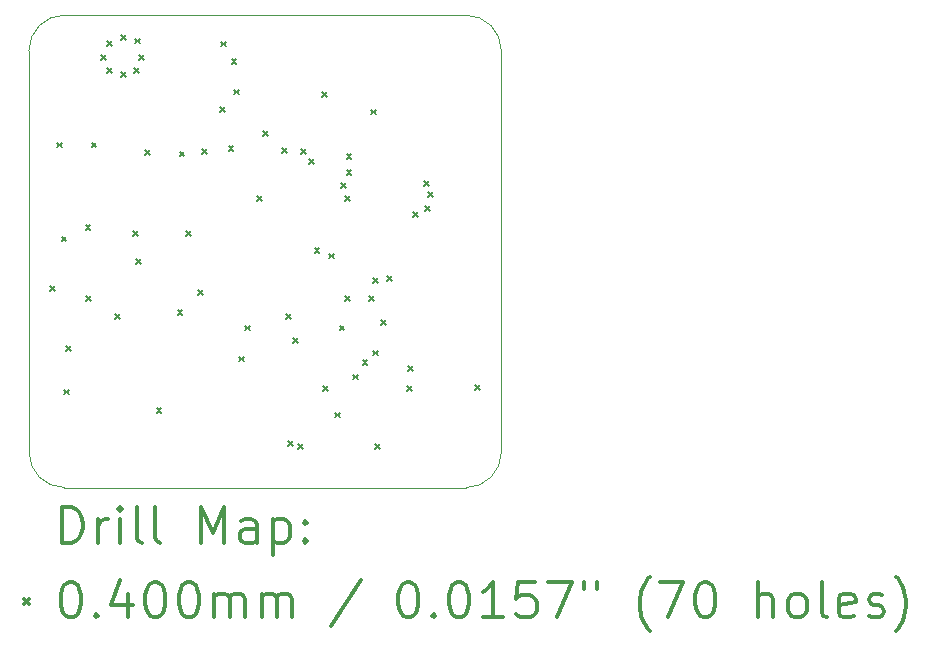
<source format=gbr>
%FSLAX45Y45*%
G04 Gerber Fmt 4.5, Leading zero omitted, Abs format (unit mm)*
G04 Created by KiCad (PCBNEW (5.1.10)-1) date 2021-12-12 15:35:31*
%MOMM*%
%LPD*%
G01*
G04 APERTURE LIST*
%TA.AperFunction,Profile*%
%ADD10C,0.050000*%
%TD*%
%ADD11C,0.200000*%
%ADD12C,0.300000*%
G04 APERTURE END LIST*
D10*
X3700000Y0D02*
X300000Y0D01*
X4000000Y3700000D02*
X4000000Y300000D01*
X300000Y4000000D02*
X3700000Y4000000D01*
X0Y300000D02*
X0Y3700000D01*
X3700000Y4000000D02*
G75*
G02*
X4000000Y3700000I0J-300000D01*
G01*
X4000000Y300000D02*
G75*
G02*
X3700000Y0I-300000J0D01*
G01*
X300000Y0D02*
G75*
G02*
X0Y300000I0J300000D01*
G01*
X0Y3700000D02*
G75*
G02*
X300000Y4000000I300000J0D01*
G01*
D11*
X180000Y1705000D02*
X220000Y1665000D01*
X220000Y1705000D02*
X180000Y1665000D01*
X240000Y2920000D02*
X280000Y2880000D01*
X280000Y2920000D02*
X240000Y2880000D01*
X275880Y2124120D02*
X315880Y2084120D01*
X315880Y2124120D02*
X275880Y2084120D01*
X300000Y830000D02*
X340000Y790000D01*
X340000Y830000D02*
X300000Y790000D01*
X315000Y1195000D02*
X355000Y1155000D01*
X355000Y1195000D02*
X315000Y1155000D01*
X480000Y2220000D02*
X520000Y2180000D01*
X520000Y2220000D02*
X480000Y2180000D01*
X484120Y1620000D02*
X524120Y1580000D01*
X524120Y1620000D02*
X484120Y1580000D01*
X530000Y2920000D02*
X570000Y2880000D01*
X570000Y2920000D02*
X530000Y2880000D01*
X610000Y3660000D02*
X650000Y3620000D01*
X650000Y3660000D02*
X610000Y3620000D01*
X660000Y3780000D02*
X700000Y3740000D01*
X700000Y3780000D02*
X660000Y3740000D01*
X660000Y3550000D02*
X700000Y3510000D01*
X700000Y3550000D02*
X660000Y3510000D01*
X730000Y1470000D02*
X770000Y1430000D01*
X770000Y1470000D02*
X730000Y1430000D01*
X780000Y3830000D02*
X820000Y3790000D01*
X820000Y3830000D02*
X780000Y3790000D01*
X780000Y3520000D02*
X820000Y3480000D01*
X820000Y3520000D02*
X780000Y3480000D01*
X880000Y2170000D02*
X920000Y2130000D01*
X920000Y2170000D02*
X880000Y2130000D01*
X890000Y3550000D02*
X930000Y3510000D01*
X930000Y3550000D02*
X890000Y3510000D01*
X900000Y3800000D02*
X940000Y3760000D01*
X940000Y3800000D02*
X900000Y3760000D01*
X910000Y1935000D02*
X950000Y1895000D01*
X950000Y1935000D02*
X910000Y1895000D01*
X930000Y3660000D02*
X970000Y3620000D01*
X970000Y3660000D02*
X930000Y3620000D01*
X985000Y2855000D02*
X1025000Y2815000D01*
X1025000Y2855000D02*
X985000Y2815000D01*
X1080000Y670000D02*
X1120000Y630000D01*
X1120000Y670000D02*
X1080000Y630000D01*
X1259703Y1499703D02*
X1299703Y1459703D01*
X1299703Y1499703D02*
X1259703Y1459703D01*
X1275000Y2845000D02*
X1315000Y2805000D01*
X1315000Y2845000D02*
X1275000Y2805000D01*
X1330000Y2170000D02*
X1370000Y2130000D01*
X1370000Y2170000D02*
X1330000Y2130000D01*
X1430000Y1670000D02*
X1470000Y1630000D01*
X1470000Y1670000D02*
X1430000Y1630000D01*
X1465000Y2865000D02*
X1505000Y2825000D01*
X1505000Y2865000D02*
X1465000Y2825000D01*
X1620000Y3220000D02*
X1660000Y3180000D01*
X1660000Y3220000D02*
X1620000Y3180000D01*
X1630000Y3775000D02*
X1670000Y3735000D01*
X1670000Y3775000D02*
X1630000Y3735000D01*
X1690000Y2890000D02*
X1730000Y2850000D01*
X1730000Y2890000D02*
X1690000Y2850000D01*
X1715000Y3630000D02*
X1755000Y3590000D01*
X1755000Y3630000D02*
X1715000Y3590000D01*
X1740000Y3370000D02*
X1780000Y3330000D01*
X1780000Y3370000D02*
X1740000Y3330000D01*
X1782375Y1108082D02*
X1822375Y1068082D01*
X1822375Y1108082D02*
X1782375Y1068082D01*
X1830000Y1370000D02*
X1870000Y1330000D01*
X1870000Y1370000D02*
X1830000Y1330000D01*
X1930000Y2470000D02*
X1970000Y2430000D01*
X1970000Y2470000D02*
X1930000Y2430000D01*
X1980000Y3020000D02*
X2020000Y2980000D01*
X2020000Y3020000D02*
X1980000Y2980000D01*
X2145000Y2875000D02*
X2185000Y2835000D01*
X2185000Y2875000D02*
X2145000Y2835000D01*
X2180000Y1470000D02*
X2220000Y1430000D01*
X2220000Y1470000D02*
X2180000Y1430000D01*
X2195000Y395000D02*
X2235000Y355000D01*
X2235000Y395000D02*
X2195000Y355000D01*
X2235000Y1265000D02*
X2275000Y1225000D01*
X2275000Y1265000D02*
X2235000Y1225000D01*
X2235000Y1265000D02*
X2275000Y1225000D01*
X2275000Y1265000D02*
X2235000Y1225000D01*
X2280000Y370000D02*
X2320000Y330000D01*
X2320000Y370000D02*
X2280000Y330000D01*
X2305000Y2865000D02*
X2345000Y2825000D01*
X2345000Y2865000D02*
X2305000Y2825000D01*
X2375000Y2780000D02*
X2415000Y2740000D01*
X2415000Y2780000D02*
X2375000Y2740000D01*
X2420000Y2025000D02*
X2460000Y1985000D01*
X2460000Y2025000D02*
X2420000Y1985000D01*
X2485000Y3350000D02*
X2525000Y3310000D01*
X2525000Y3350000D02*
X2485000Y3310000D01*
X2490000Y860000D02*
X2530000Y820000D01*
X2530000Y860000D02*
X2490000Y820000D01*
X2540000Y1980000D02*
X2580000Y1940000D01*
X2580000Y1980000D02*
X2540000Y1940000D01*
X2595000Y635000D02*
X2635000Y595000D01*
X2635000Y635000D02*
X2595000Y595000D01*
X2630000Y1370000D02*
X2670000Y1330000D01*
X2670000Y1370000D02*
X2630000Y1330000D01*
X2645000Y2575000D02*
X2685000Y2535000D01*
X2685000Y2575000D02*
X2645000Y2535000D01*
X2680000Y2465000D02*
X2720000Y2425000D01*
X2720000Y2465000D02*
X2680000Y2425000D01*
X2680000Y1620000D02*
X2720000Y1580000D01*
X2720000Y1620000D02*
X2680000Y1580000D01*
X2690000Y2825000D02*
X2730000Y2785000D01*
X2730000Y2825000D02*
X2690000Y2785000D01*
X2690000Y2690000D02*
X2730000Y2650000D01*
X2730000Y2690000D02*
X2690000Y2650000D01*
X2745000Y955000D02*
X2785000Y915000D01*
X2785000Y955000D02*
X2745000Y915000D01*
X2825000Y1080000D02*
X2865000Y1040000D01*
X2865000Y1080000D02*
X2825000Y1040000D01*
X2880880Y1620000D02*
X2920880Y1580000D01*
X2920880Y1620000D02*
X2880880Y1580000D01*
X2895000Y3200000D02*
X2935000Y3160000D01*
X2935000Y3200000D02*
X2895000Y3160000D01*
X2915000Y1775000D02*
X2955000Y1735000D01*
X2955000Y1775000D02*
X2915000Y1735000D01*
X2915000Y1160000D02*
X2955000Y1120000D01*
X2955000Y1160000D02*
X2915000Y1120000D01*
X2930000Y370000D02*
X2970000Y330000D01*
X2970000Y370000D02*
X2930000Y330000D01*
X2980000Y1420000D02*
X3020000Y1380000D01*
X3020000Y1420000D02*
X2980000Y1380000D01*
X3030000Y1790000D02*
X3070000Y1750000D01*
X3070000Y1790000D02*
X3030000Y1750000D01*
X3205000Y860000D02*
X3245000Y820000D01*
X3245000Y860000D02*
X3205000Y820000D01*
X3210000Y1030000D02*
X3250000Y990000D01*
X3250000Y1030000D02*
X3210000Y990000D01*
X3250000Y2335000D02*
X3290000Y2295000D01*
X3290000Y2335000D02*
X3250000Y2295000D01*
X3345000Y2595000D02*
X3385000Y2555000D01*
X3385000Y2595000D02*
X3345000Y2555000D01*
X3355000Y2380000D02*
X3395000Y2340000D01*
X3395000Y2380000D02*
X3355000Y2340000D01*
X3380000Y2500000D02*
X3420000Y2460000D01*
X3420000Y2500000D02*
X3380000Y2460000D01*
X3780000Y870000D02*
X3820000Y830000D01*
X3820000Y870000D02*
X3780000Y830000D01*
D12*
X283928Y-468214D02*
X283928Y-168214D01*
X355357Y-168214D01*
X398214Y-182500D01*
X426786Y-211071D01*
X441071Y-239643D01*
X455357Y-296786D01*
X455357Y-339643D01*
X441071Y-396786D01*
X426786Y-425357D01*
X398214Y-453929D01*
X355357Y-468214D01*
X283928Y-468214D01*
X583928Y-468214D02*
X583928Y-268214D01*
X583928Y-325357D02*
X598214Y-296786D01*
X612500Y-282500D01*
X641071Y-268214D01*
X669643Y-268214D01*
X769643Y-468214D02*
X769643Y-268214D01*
X769643Y-168214D02*
X755357Y-182500D01*
X769643Y-196786D01*
X783928Y-182500D01*
X769643Y-168214D01*
X769643Y-196786D01*
X955357Y-468214D02*
X926786Y-453929D01*
X912500Y-425357D01*
X912500Y-168214D01*
X1112500Y-468214D02*
X1083928Y-453929D01*
X1069643Y-425357D01*
X1069643Y-168214D01*
X1455357Y-468214D02*
X1455357Y-168214D01*
X1555357Y-382500D01*
X1655357Y-168214D01*
X1655357Y-468214D01*
X1926786Y-468214D02*
X1926786Y-311072D01*
X1912500Y-282500D01*
X1883928Y-268214D01*
X1826786Y-268214D01*
X1798214Y-282500D01*
X1926786Y-453929D02*
X1898214Y-468214D01*
X1826786Y-468214D01*
X1798214Y-453929D01*
X1783928Y-425357D01*
X1783928Y-396786D01*
X1798214Y-368214D01*
X1826786Y-353929D01*
X1898214Y-353929D01*
X1926786Y-339643D01*
X2069643Y-268214D02*
X2069643Y-568214D01*
X2069643Y-282500D02*
X2098214Y-268214D01*
X2155357Y-268214D01*
X2183928Y-282500D01*
X2198214Y-296786D01*
X2212500Y-325357D01*
X2212500Y-411071D01*
X2198214Y-439643D01*
X2183928Y-453929D01*
X2155357Y-468214D01*
X2098214Y-468214D01*
X2069643Y-453929D01*
X2341071Y-439643D02*
X2355357Y-453929D01*
X2341071Y-468214D01*
X2326786Y-453929D01*
X2341071Y-439643D01*
X2341071Y-468214D01*
X2341071Y-282500D02*
X2355357Y-296786D01*
X2341071Y-311072D01*
X2326786Y-296786D01*
X2341071Y-282500D01*
X2341071Y-311072D01*
X-42500Y-942500D02*
X-2500Y-982500D01*
X-2500Y-942500D02*
X-42500Y-982500D01*
X341071Y-798214D02*
X369643Y-798214D01*
X398214Y-812500D01*
X412500Y-826786D01*
X426786Y-855357D01*
X441071Y-912500D01*
X441071Y-983929D01*
X426786Y-1041071D01*
X412500Y-1069643D01*
X398214Y-1083929D01*
X369643Y-1098214D01*
X341071Y-1098214D01*
X312500Y-1083929D01*
X298214Y-1069643D01*
X283928Y-1041071D01*
X269643Y-983929D01*
X269643Y-912500D01*
X283928Y-855357D01*
X298214Y-826786D01*
X312500Y-812500D01*
X341071Y-798214D01*
X569643Y-1069643D02*
X583928Y-1083929D01*
X569643Y-1098214D01*
X555357Y-1083929D01*
X569643Y-1069643D01*
X569643Y-1098214D01*
X841071Y-898214D02*
X841071Y-1098214D01*
X769643Y-783929D02*
X698214Y-998214D01*
X883928Y-998214D01*
X1055357Y-798214D02*
X1083928Y-798214D01*
X1112500Y-812500D01*
X1126786Y-826786D01*
X1141071Y-855357D01*
X1155357Y-912500D01*
X1155357Y-983929D01*
X1141071Y-1041071D01*
X1126786Y-1069643D01*
X1112500Y-1083929D01*
X1083928Y-1098214D01*
X1055357Y-1098214D01*
X1026786Y-1083929D01*
X1012500Y-1069643D01*
X998214Y-1041071D01*
X983928Y-983929D01*
X983928Y-912500D01*
X998214Y-855357D01*
X1012500Y-826786D01*
X1026786Y-812500D01*
X1055357Y-798214D01*
X1341071Y-798214D02*
X1369643Y-798214D01*
X1398214Y-812500D01*
X1412500Y-826786D01*
X1426786Y-855357D01*
X1441071Y-912500D01*
X1441071Y-983929D01*
X1426786Y-1041071D01*
X1412500Y-1069643D01*
X1398214Y-1083929D01*
X1369643Y-1098214D01*
X1341071Y-1098214D01*
X1312500Y-1083929D01*
X1298214Y-1069643D01*
X1283928Y-1041071D01*
X1269643Y-983929D01*
X1269643Y-912500D01*
X1283928Y-855357D01*
X1298214Y-826786D01*
X1312500Y-812500D01*
X1341071Y-798214D01*
X1569643Y-1098214D02*
X1569643Y-898214D01*
X1569643Y-926786D02*
X1583928Y-912500D01*
X1612500Y-898214D01*
X1655357Y-898214D01*
X1683928Y-912500D01*
X1698214Y-941071D01*
X1698214Y-1098214D01*
X1698214Y-941071D02*
X1712500Y-912500D01*
X1741071Y-898214D01*
X1783928Y-898214D01*
X1812500Y-912500D01*
X1826786Y-941071D01*
X1826786Y-1098214D01*
X1969643Y-1098214D02*
X1969643Y-898214D01*
X1969643Y-926786D02*
X1983928Y-912500D01*
X2012500Y-898214D01*
X2055357Y-898214D01*
X2083928Y-912500D01*
X2098214Y-941071D01*
X2098214Y-1098214D01*
X2098214Y-941071D02*
X2112500Y-912500D01*
X2141071Y-898214D01*
X2183928Y-898214D01*
X2212500Y-912500D01*
X2226786Y-941071D01*
X2226786Y-1098214D01*
X2812500Y-783929D02*
X2555357Y-1169643D01*
X3198214Y-798214D02*
X3226786Y-798214D01*
X3255357Y-812500D01*
X3269643Y-826786D01*
X3283928Y-855357D01*
X3298214Y-912500D01*
X3298214Y-983929D01*
X3283928Y-1041071D01*
X3269643Y-1069643D01*
X3255357Y-1083929D01*
X3226786Y-1098214D01*
X3198214Y-1098214D01*
X3169643Y-1083929D01*
X3155357Y-1069643D01*
X3141071Y-1041071D01*
X3126786Y-983929D01*
X3126786Y-912500D01*
X3141071Y-855357D01*
X3155357Y-826786D01*
X3169643Y-812500D01*
X3198214Y-798214D01*
X3426786Y-1069643D02*
X3441071Y-1083929D01*
X3426786Y-1098214D01*
X3412500Y-1083929D01*
X3426786Y-1069643D01*
X3426786Y-1098214D01*
X3626786Y-798214D02*
X3655357Y-798214D01*
X3683928Y-812500D01*
X3698214Y-826786D01*
X3712500Y-855357D01*
X3726786Y-912500D01*
X3726786Y-983929D01*
X3712500Y-1041071D01*
X3698214Y-1069643D01*
X3683928Y-1083929D01*
X3655357Y-1098214D01*
X3626786Y-1098214D01*
X3598214Y-1083929D01*
X3583928Y-1069643D01*
X3569643Y-1041071D01*
X3555357Y-983929D01*
X3555357Y-912500D01*
X3569643Y-855357D01*
X3583928Y-826786D01*
X3598214Y-812500D01*
X3626786Y-798214D01*
X4012500Y-1098214D02*
X3841071Y-1098214D01*
X3926786Y-1098214D02*
X3926786Y-798214D01*
X3898214Y-841071D01*
X3869643Y-869643D01*
X3841071Y-883929D01*
X4283928Y-798214D02*
X4141071Y-798214D01*
X4126786Y-941071D01*
X4141071Y-926786D01*
X4169643Y-912500D01*
X4241071Y-912500D01*
X4269643Y-926786D01*
X4283928Y-941071D01*
X4298214Y-969643D01*
X4298214Y-1041071D01*
X4283928Y-1069643D01*
X4269643Y-1083929D01*
X4241071Y-1098214D01*
X4169643Y-1098214D01*
X4141071Y-1083929D01*
X4126786Y-1069643D01*
X4398214Y-798214D02*
X4598214Y-798214D01*
X4469643Y-1098214D01*
X4698214Y-798214D02*
X4698214Y-855357D01*
X4812500Y-798214D02*
X4812500Y-855357D01*
X5255357Y-1212500D02*
X5241071Y-1198214D01*
X5212500Y-1155357D01*
X5198214Y-1126786D01*
X5183928Y-1083929D01*
X5169643Y-1012500D01*
X5169643Y-955357D01*
X5183928Y-883929D01*
X5198214Y-841071D01*
X5212500Y-812500D01*
X5241071Y-769643D01*
X5255357Y-755357D01*
X5341071Y-798214D02*
X5541071Y-798214D01*
X5412500Y-1098214D01*
X5712500Y-798214D02*
X5741071Y-798214D01*
X5769643Y-812500D01*
X5783928Y-826786D01*
X5798214Y-855357D01*
X5812500Y-912500D01*
X5812500Y-983929D01*
X5798214Y-1041071D01*
X5783928Y-1069643D01*
X5769643Y-1083929D01*
X5741071Y-1098214D01*
X5712500Y-1098214D01*
X5683928Y-1083929D01*
X5669643Y-1069643D01*
X5655357Y-1041071D01*
X5641071Y-983929D01*
X5641071Y-912500D01*
X5655357Y-855357D01*
X5669643Y-826786D01*
X5683928Y-812500D01*
X5712500Y-798214D01*
X6169643Y-1098214D02*
X6169643Y-798214D01*
X6298214Y-1098214D02*
X6298214Y-941071D01*
X6283928Y-912500D01*
X6255357Y-898214D01*
X6212500Y-898214D01*
X6183928Y-912500D01*
X6169643Y-926786D01*
X6483928Y-1098214D02*
X6455357Y-1083929D01*
X6441071Y-1069643D01*
X6426786Y-1041071D01*
X6426786Y-955357D01*
X6441071Y-926786D01*
X6455357Y-912500D01*
X6483928Y-898214D01*
X6526786Y-898214D01*
X6555357Y-912500D01*
X6569643Y-926786D01*
X6583928Y-955357D01*
X6583928Y-1041071D01*
X6569643Y-1069643D01*
X6555357Y-1083929D01*
X6526786Y-1098214D01*
X6483928Y-1098214D01*
X6755357Y-1098214D02*
X6726786Y-1083929D01*
X6712500Y-1055357D01*
X6712500Y-798214D01*
X6983928Y-1083929D02*
X6955357Y-1098214D01*
X6898214Y-1098214D01*
X6869643Y-1083929D01*
X6855357Y-1055357D01*
X6855357Y-941071D01*
X6869643Y-912500D01*
X6898214Y-898214D01*
X6955357Y-898214D01*
X6983928Y-912500D01*
X6998214Y-941071D01*
X6998214Y-969643D01*
X6855357Y-998214D01*
X7112500Y-1083929D02*
X7141071Y-1098214D01*
X7198214Y-1098214D01*
X7226786Y-1083929D01*
X7241071Y-1055357D01*
X7241071Y-1041071D01*
X7226786Y-1012500D01*
X7198214Y-998214D01*
X7155357Y-998214D01*
X7126786Y-983929D01*
X7112500Y-955357D01*
X7112500Y-941071D01*
X7126786Y-912500D01*
X7155357Y-898214D01*
X7198214Y-898214D01*
X7226786Y-912500D01*
X7341071Y-1212500D02*
X7355357Y-1198214D01*
X7383928Y-1155357D01*
X7398214Y-1126786D01*
X7412500Y-1083929D01*
X7426786Y-1012500D01*
X7426786Y-955357D01*
X7412500Y-883929D01*
X7398214Y-841071D01*
X7383928Y-812500D01*
X7355357Y-769643D01*
X7341071Y-755357D01*
M02*

</source>
